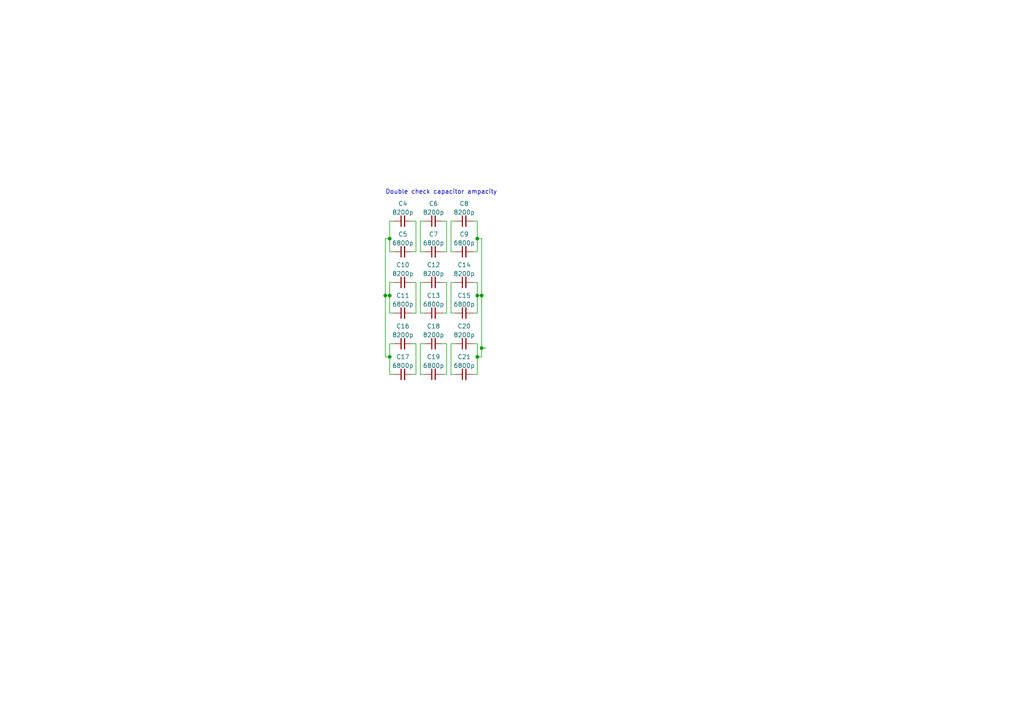
<source format=kicad_sch>
(kicad_sch (version 20230121) (generator eeschema)
  (paper "A4")
  (lib_symbols
    (symbol "Device:C_Small" (pin_numbers hide) (pin_names (offset 0.254) hide)
      (property "Reference" "C" (at 0.254 1.778 0))
      (property "Value" "C_Small" (at 0.254 -2.032 0))
      (symbol "C_Small_0_1"
        (polyline (pts (xy -1.524 -0.508) (xy 1.524 -0.508)) (stroke (width 0.3302)))
        (polyline (pts (xy -1.524 0.508) (xy 1.524 0.508)) (stroke (width 0.3048)))
      )
      (symbol "C_Small_1_1"
        (pin passive line (at 0 2.54 270) (length 2.032) (name "~") (number "1"))
        (pin passive line (at 0 -2.54 90) (length 2.032) (name "~") (number "2"))
      )
    )
  )
  (junction (at 138.43 69.215))
  (junction (at 138.43 103.505))
  (junction (at 139.7 100.965))
  (junction (at 113.03 69.215))
  (junction (at 113.03 103.505))
  (junction (at 139.7 85.725))
  (junction (at 113.03 85.725))
  (junction (at 111.76 85.725))
  (junction (at 138.43 85.725))
  (wire (pts (xy 132.08 99.695) (xy 130.81 99.695)))
  (wire (pts (xy 113.03 99.695) (xy 113.03 103.505)))
  (wire (pts (xy 121.92 73.025) (xy 123.19 73.025)))
  (wire (pts (xy 113.03 108.585) (xy 114.3 108.585)))
  (wire (pts (xy 121.92 108.585) (xy 123.19 108.585)))
  (wire (pts (xy 121.92 99.695) (xy 121.92 108.585)))
  (wire (pts (xy 114.3 81.915) (xy 113.03 81.915)))
  (wire (pts (xy 130.81 108.585) (xy 132.08 108.585)))
  (wire (pts (xy 128.27 99.695) (xy 129.54 99.695)))
  (wire (pts (xy 111.76 85.725) (xy 113.03 85.725)))
  (wire (pts (xy 120.65 73.025) (xy 119.38 73.025)))
  (wire (pts (xy 123.19 81.915) (xy 121.92 81.915)))
  (wire (pts (xy 120.65 81.915) (xy 120.65 90.805)))
  (wire (pts (xy 132.08 81.915) (xy 130.81 81.915)))
  (wire (pts (xy 130.81 73.025) (xy 132.08 73.025)))
  (wire (pts (xy 114.3 99.695) (xy 113.03 99.695)))
  (wire (pts (xy 120.65 99.695) (xy 120.65 108.585)))
  (wire (pts (xy 138.43 85.725) (xy 139.7 85.725)))
  (wire (pts (xy 139.7 69.215) (xy 139.7 85.725)))
  (wire (pts (xy 113.03 81.915) (xy 113.03 85.725)))
  (wire (pts (xy 120.65 108.585) (xy 119.38 108.585)))
  (wire (pts (xy 138.43 69.215) (xy 139.7 69.215)))
  (wire (pts (xy 137.16 81.915) (xy 138.43 81.915)))
  (wire (pts (xy 129.54 99.695) (xy 129.54 108.585)))
  (wire (pts (xy 138.43 81.915) (xy 138.43 85.725)))
  (wire (pts (xy 129.54 90.805) (xy 128.27 90.805)))
  (wire (pts (xy 119.38 64.135) (xy 120.65 64.135)))
  (wire (pts (xy 137.16 64.135) (xy 138.43 64.135)))
  (wire (pts (xy 119.38 81.915) (xy 120.65 81.915)))
  (wire (pts (xy 138.43 103.505) (xy 138.43 108.585)))
  (wire (pts (xy 113.03 69.215) (xy 113.03 73.025)))
  (wire (pts (xy 113.03 73.025) (xy 114.3 73.025)))
  (wire (pts (xy 130.81 90.805) (xy 132.08 90.805)))
  (wire (pts (xy 121.92 90.805) (xy 123.19 90.805)))
  (wire (pts (xy 120.65 64.135) (xy 120.65 73.025)))
  (wire (pts (xy 129.54 81.915) (xy 129.54 90.805)))
  (wire (pts (xy 130.81 99.695) (xy 130.81 108.585)))
  (wire (pts (xy 123.19 64.135) (xy 121.92 64.135)))
  (wire (pts (xy 128.27 81.915) (xy 129.54 81.915)))
  (wire (pts (xy 111.76 85.725) (xy 111.76 103.505)))
  (wire (pts (xy 138.43 103.505) (xy 139.7 103.505)))
  (wire (pts (xy 113.03 90.805) (xy 114.3 90.805)))
  (wire (pts (xy 121.92 81.915) (xy 121.92 90.805)))
  (wire (pts (xy 130.81 64.135) (xy 130.81 73.025)))
  (wire (pts (xy 139.7 100.965) (xy 139.7 103.505)))
  (wire (pts (xy 140.97 100.965) (xy 139.7 100.965)))
  (wire (pts (xy 138.43 64.135) (xy 138.43 69.215)))
  (wire (pts (xy 130.81 81.915) (xy 130.81 90.805)))
  (wire (pts (xy 138.43 90.805) (xy 137.16 90.805)))
  (wire (pts (xy 113.03 85.725) (xy 113.03 90.805)))
  (wire (pts (xy 138.43 85.725) (xy 138.43 90.805)))
  (wire (pts (xy 128.27 64.135) (xy 129.54 64.135)))
  (wire (pts (xy 120.65 90.805) (xy 119.38 90.805)))
  (wire (pts (xy 119.38 99.695) (xy 120.65 99.695)))
  (wire (pts (xy 113.03 103.505) (xy 113.03 108.585)))
  (wire (pts (xy 129.54 108.585) (xy 128.27 108.585)))
  (wire (pts (xy 113.03 103.505) (xy 111.76 103.505)))
  (wire (pts (xy 138.43 108.585) (xy 137.16 108.585)))
  (wire (pts (xy 129.54 73.025) (xy 128.27 73.025)))
  (wire (pts (xy 138.43 73.025) (xy 137.16 73.025)))
  (wire (pts (xy 132.08 64.135) (xy 130.81 64.135)))
  (wire (pts (xy 111.76 69.215) (xy 113.03 69.215)))
  (wire (pts (xy 138.43 69.215) (xy 138.43 73.025)))
  (wire (pts (xy 138.43 99.695) (xy 138.43 103.505)))
  (wire (pts (xy 111.76 85.725) (xy 111.76 69.215)))
  (wire (pts (xy 123.19 99.695) (xy 121.92 99.695)))
  (wire (pts (xy 137.16 99.695) (xy 138.43 99.695)))
  (wire (pts (xy 129.54 64.135) (xy 129.54 73.025)))
  (wire (pts (xy 121.92 64.135) (xy 121.92 73.025)))
  (wire (pts (xy 114.3 64.135) (xy 113.03 64.135)))
  (wire (pts (xy 139.7 85.725) (xy 139.7 100.965)))
  (wire (pts (xy 113.03 64.135) (xy 113.03 69.215)))
  (text "Double check capacitor ampacity" (at 111.76 56.515 0) (effects (font (size 1.27 1.27)) (justify left bottom)))
  (symbol (lib_id "Device:C_Small") (at 125.73 90.805 90) (unit 1)
    (property "Reference" "C13" (at 125.7363 85.725 90))
    (property "Value" "6800p" (at 125.7363 88.265 90))
    (property "Footprint" "Capacitor_SMD:C_2220_5650Metric" (effects hide))
  )
  (symbol (lib_id "Device:C_Small") (at 125.73 99.695 90) (unit 1)
    (property "Reference" "C18" (at 125.7363 94.615 90))
    (property "Value" "8200p" (at 125.7363 97.155 90))
    (property "Footprint" "Capacitor_SMD:C_2220_5650Metric" (effects hide))
    (instances (project "AMF-Generator" (path "" (reference "C18") (unit 1)) (path "" (reference "C14") (unit 1))))
  )
  (symbol (lib_id "Device:C_Small") (at 116.84 81.915 90) (unit 1)
    (property "Reference" "C10" (at 116.8463 76.835 90))
    (property "Value" "8200p" (at 116.8463 79.375 90))
    (property "Footprint" "Capacitor_SMD:C_2220_5650Metric" (effects hide))
    (instances (project "AMF-Generator" (path "" (reference "C10") (unit 1)) (path "" (reference "C6") (unit 1))))
  )
  (symbol (lib_id "Device:C_Small") (at 116.84 99.695 90) (unit 1)
    (property "Reference" "C16" (at 116.8463 94.615 90))
    (property "Value" "8200p" (at 116.8463 97.155 90))
    (property "Footprint" "Capacitor_SMD:C_2220_5650Metric" (effects hide))
    (instances (project "AMF-Generator" (path "" (reference "C16") (unit 1)) (path "" (reference "C8") (unit 1))))
  )
  (symbol (lib_id "Device:C_Small") (at 134.62 90.805 90) (unit 1)
    (property "Reference" "C15" (at 134.6263 85.725 90))
    (property "Value" "6800p" (at 134.6263 88.265 90))
    (property "Footprint" "Capacitor_SMD:C_2220_5650Metric" (effects hide))
    (instances (project "AMF-Generator" (path "" (reference "C15") (unit 1)) (path "" (reference "C19") (unit 1))))
  )
  (symbol (lib_id "Device:C_Small") (at 116.84 108.585 90) (unit 1)
    (property "Reference" "C17" (at 116.8463 103.505 90))
    (property "Value" "6800p" (at 116.8463 106.045 90))
    (property "Footprint" "Capacitor_SMD:C_2220_5650Metric" (effects hide))
    (instances (project "AMF-Generator" (path "" (reference "C17") (unit 1)) (path "" (reference "C9") (unit 1))))
  )
  (symbol (lib_id "Device:C_Small") (at 116.84 64.135 90) (unit 1)
    (property "Reference" "C4" (at 116.8463 59.055 90))
    (property "Value" "8200p" (at 116.8463 61.595 90))
    (property "Footprint" "Capacitor_SMD:C_2220_5650Metric" (effects hide))
  )
  (symbol (lib_id "Device:C_Small") (at 125.73 108.585 90) (unit 1)
    (property "Reference" "C19" (at 125.7363 103.505 90))
    (property "Value" "6800p" (at 125.7363 106.045 90))
    (property "Footprint" "Capacitor_SMD:C_2220_5650Metric" (effects hide))
    (instances (project "AMF-Generator" (path "" (reference "C19") (unit 1)) (path "" (reference "C15") (unit 1))))
  )
  (symbol (lib_id "Device:C_Small") (at 134.62 108.585 90) (unit 1)
    (property "Reference" "C21" (at 134.6263 103.505 90))
    (property "Value" "6800p" (at 134.6263 106.045 90))
    (property "Footprint" "Capacitor_SMD:C_2220_5650Metric" (effects hide))
  )
  (symbol (lib_id "Device:C_Small") (at 116.84 90.805 90) (unit 1)
    (property "Reference" "C11" (at 116.8463 85.725 90))
    (property "Value" "6800p" (at 116.8463 88.265 90))
    (property "Footprint" "Capacitor_SMD:C_2220_5650Metric" (effects hide))
    (instances (project "AMF-Generator" (path "" (reference "C11") (unit 1)) (path "" (reference "C7") (unit 1))))
  )
  (symbol (lib_id "Device:C_Small") (at 125.73 81.915 90) (unit 1)
    (property "Reference" "C12" (at 125.7363 76.835 90))
    (property "Value" "8200p" (at 125.7363 79.375 90))
    (property "Footprint" "Capacitor_SMD:C_2220_5650Metric" (effects hide))
  )
  (symbol (lib_id "Device:C_Small") (at 134.62 73.025 90) (unit 1)
    (property "Reference" "C9" (at 134.6263 67.945 90))
    (property "Value" "6800p" (at 134.6263 70.485 90))
    (property "Footprint" "Capacitor_SMD:C_2220_5650Metric" (effects hide))
    (instances (project "AMF-Generator" (path "" (reference "C9") (unit 1)) (path "" (reference "C17") (unit 1))))
  )
  (symbol (lib_id "Device:C_Small") (at 134.62 64.135 90) (unit 1)
    (property "Reference" "C8" (at 134.6263 59.055 90))
    (property "Value" "8200p" (at 134.6263 61.595 90))
    (property "Footprint" "Capacitor_SMD:C_2220_5650Metric" (effects hide))
    (instances (project "AMF-Generator" (path "" (reference "C8") (unit 1)) (path "" (reference "C16") (unit 1))))
  )
  (symbol (lib_id "Device:C_Small") (at 125.73 64.135 90) (unit 1)
    (property "Reference" "C6" (at 125.7363 59.055 90))
    (property "Value" "8200p" (at 125.7363 61.595 90))
    (property "Footprint" "Capacitor_SMD:C_2220_5650Metric" (effects hide))
    (instances (project "AMF-Generator" (path "" (reference "C6") (unit 1)) (path "" (reference "C10") (unit 1))))
  )
  (symbol (lib_id "Device:C_Small") (at 134.62 99.695 90) (unit 1)
    (property "Reference" "C20" (at 134.6263 94.615 90))
    (property "Value" "8200p" (at 134.6263 97.155 90))
    (property "Footprint" "Capacitor_SMD:C_2220_5650Metric" (effects hide))
  )
  (symbol (lib_id "Device:C_Small") (at 116.84 73.025 90) (unit 1)
    (property "Reference" "C5" (at 116.8463 67.945 90))
    (property "Value" "6800p" (at 116.8463 70.485 90))
    (property "Footprint" "Capacitor_SMD:C_2220_5650Metric" (effects hide))
  )
  (symbol (lib_id "Device:C_Small") (at 125.73 73.025 90) (unit 1)
    (property "Reference" "C7" (at 125.7363 67.945 90))
    (property "Value" "6800p" (at 125.7363 70.485 90))
    (property "Footprint" "Capacitor_SMD:C_2220_5650Metric" (effects hide))
    (instances (project "AMF-Generator" (path "" (reference "C7") (unit 1)) (path "" (reference "C11") (unit 1))))
  )
  (symbol (lib_id "Device:C_Small") (at 134.62 81.915 90) (unit 1)
    (property "Reference" "C14" (at 134.6263 76.835 90))
    (property "Value" "8200p" (at 134.6263 79.375 90))
    (property "Footprint" "Capacitor_SMD:C_2220_5650Metric" (effects hide))
    (instances (project "AMF-Generator" (path "" (reference "C14") (unit 1)) (path "" (reference "C18") (unit 1))))
  )
)
</source>
